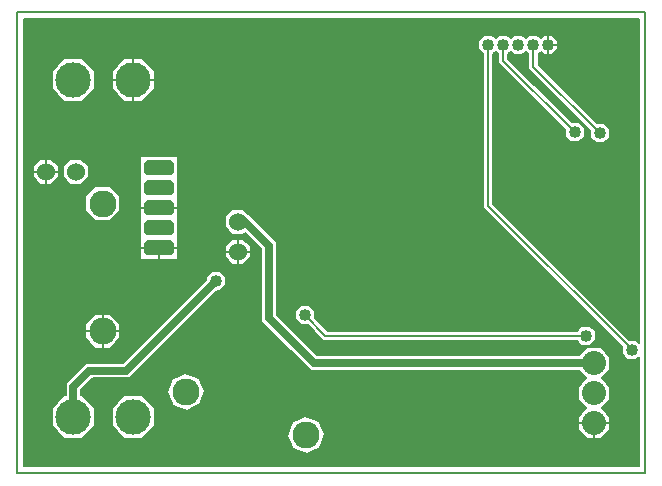
<source format=gbl>
G04 PROTEUS RS274X GERBER FILE*
%FSLAX45Y45*%
%MOMM*%
G01*
%ADD10C,0.177800*%
%ADD11C,0.635000*%
%ADD13C,1.016000*%
%ADD15C,1.524000*%
%AMDIL006*
4,1,8,
-1.270000,0.381000,-1.016000,0.635000,1.016000,0.635000,1.270000,0.381000,1.270000,-0.381000,
1.016000,-0.635000,-1.016000,-0.635000,-1.270000,-0.381000,-1.270000,0.381000,
0*%
%ADD16DIL006*%
%ADD17C,2.286000*%
%ADD27C,3.000000*%
%ADD28C,2.032000*%
%ADD29C,0.203200*%
%TD.AperFunction*%
G36*
X-723149Y+2328313D02*
X-747352Y+2352516D01*
X-803182Y+2352516D01*
X-1953821Y+3503155D01*
X-1953821Y+4771845D01*
X-1933500Y+4792166D01*
X-1913179Y+4771845D01*
X-1913179Y+4695880D01*
X-1349518Y+4132219D01*
X-1349518Y+4072949D01*
X-1299674Y+4023105D01*
X-1229184Y+4023105D01*
X-1179340Y+4072949D01*
X-1179340Y+4143439D01*
X-1229184Y+4193283D01*
X-1288454Y+4193283D01*
X-1826821Y+4731650D01*
X-1826821Y+4771845D01*
X-1806500Y+4792166D01*
X-1778245Y+4763911D01*
X-1707755Y+4763911D01*
X-1679500Y+4792166D01*
X-1656793Y+4769459D01*
X-1656793Y+4645729D01*
X-1135089Y+4124025D01*
X-1135089Y+4064755D01*
X-1085245Y+4014911D01*
X-1014755Y+4014911D01*
X-964911Y+4064755D01*
X-964911Y+4135245D01*
X-1014755Y+4185089D01*
X-1074025Y+4185089D01*
X-1570435Y+4681499D01*
X-1570435Y+4774231D01*
X-1552500Y+4792166D01*
X-1524245Y+4763911D01*
X-1453755Y+4763911D01*
X-1403911Y+4813755D01*
X-1403911Y+4884245D01*
X-1453755Y+4934089D01*
X-1524245Y+4934089D01*
X-1552500Y+4905834D01*
X-1580755Y+4934089D01*
X-1651245Y+4934089D01*
X-1679500Y+4905834D01*
X-1707755Y+4934089D01*
X-1778245Y+4934089D01*
X-1806500Y+4905834D01*
X-1834755Y+4934089D01*
X-1905245Y+4934089D01*
X-1933500Y+4905834D01*
X-1961755Y+4934089D01*
X-2032245Y+4934089D01*
X-2082089Y+4884245D01*
X-2082089Y+4813755D01*
X-2040179Y+4771845D01*
X-2040179Y+3467385D01*
X-867686Y+2294892D01*
X-867686Y+2232182D01*
X-817842Y+2182338D01*
X-747352Y+2182338D01*
X-723149Y+2206541D01*
X-723149Y+1280149D01*
X-5928951Y+1280149D01*
X-5928951Y+5069851D01*
X-723149Y+5069851D01*
X-723149Y+2328313D01*
G37*
%LPC*%
G36*
X-5376711Y+3821666D02*
X-5376711Y+3730134D01*
X-5441434Y+3665411D01*
X-5532966Y+3665411D01*
X-5597689Y+3730134D01*
X-5597689Y+3821666D01*
X-5532966Y+3886389D01*
X-5441434Y+3886389D01*
X-5376711Y+3821666D01*
G37*
G36*
X-5630711Y+3821666D02*
X-5630711Y+3730134D01*
X-5695434Y+3665411D01*
X-5786966Y+3665411D01*
X-5851689Y+3730134D01*
X-5851689Y+3821666D01*
X-5786966Y+3886389D01*
X-5695434Y+3886389D01*
X-5630711Y+3821666D01*
G37*
G36*
X-4618711Y+3712211D02*
X-4618711Y+3031491D01*
X-4941289Y+3031491D01*
X-4941289Y+3907789D01*
X-4618711Y+3907789D01*
X-4618711Y+3712211D01*
G37*
G36*
X-5112411Y+2488048D02*
X-5112411Y+2364952D01*
X-5199452Y+2277911D01*
X-5322548Y+2277911D01*
X-5409589Y+2364952D01*
X-5409589Y+2488048D01*
X-5322548Y+2575089D01*
X-5199452Y+2575089D01*
X-5112411Y+2488048D01*
G37*
G36*
X-5112411Y+3567548D02*
X-5112411Y+3444452D01*
X-5199452Y+3357411D01*
X-5322548Y+3357411D01*
X-5409589Y+3444452D01*
X-5409589Y+3567548D01*
X-5322548Y+3654589D01*
X-5199452Y+3654589D01*
X-5112411Y+3567548D01*
G37*
G36*
X-4027784Y+3418039D02*
X-4024647Y+3418039D01*
X-3783961Y+3177353D01*
X-3783961Y+2561547D01*
X-3442453Y+2220039D01*
X-1226137Y+2220039D01*
X-1156287Y+2289889D01*
X-1043713Y+2289889D01*
X-964111Y+2210287D01*
X-964111Y+2097713D01*
X-1034824Y+2027000D01*
X-964111Y+1956287D01*
X-964111Y+1843713D01*
X-1034824Y+1773000D01*
X-964111Y+1702287D01*
X-964111Y+1589713D01*
X-1043713Y+1510111D01*
X-1156287Y+1510111D01*
X-1235889Y+1589713D01*
X-1235889Y+1702287D01*
X-1165176Y+1773000D01*
X-1235889Y+1843713D01*
X-1235889Y+1956287D01*
X-1165176Y+2027000D01*
X-1226137Y+2087961D01*
X-3497159Y+2087961D01*
X-3916039Y+2506841D01*
X-3916039Y+3122647D01*
X-4053568Y+3260176D01*
X-4072234Y+3241511D01*
X-4163766Y+3241511D01*
X-4228489Y+3306234D01*
X-4228489Y+3397766D01*
X-4163766Y+3462489D01*
X-4072234Y+3462489D01*
X-4027784Y+3418039D01*
G37*
G36*
X-4163766Y+3208489D02*
X-4072234Y+3208489D01*
X-4007511Y+3143766D01*
X-4007511Y+3052234D01*
X-4072234Y+2987511D01*
X-4163766Y+2987511D01*
X-4228489Y+3052234D01*
X-4228489Y+3143766D01*
X-4163766Y+3208489D01*
G37*
G36*
X-3548766Y+1704873D02*
X-3433093Y+1662771D01*
X-3381071Y+1551210D01*
X-3423173Y+1435537D01*
X-3534734Y+1383515D01*
X-3650407Y+1425617D01*
X-3702429Y+1537178D01*
X-3660327Y+1652851D01*
X-3548766Y+1704873D01*
G37*
G36*
X-4563164Y+2074085D02*
X-4447491Y+2031983D01*
X-4395469Y+1920422D01*
X-4437571Y+1804749D01*
X-4549132Y+1752727D01*
X-4664805Y+1794829D01*
X-4716827Y+1906390D01*
X-4674725Y+2022063D01*
X-4563164Y+2074085D01*
G37*
G36*
X-5692289Y+4473665D02*
X-5692289Y+4626335D01*
X-5584335Y+4734289D01*
X-5431665Y+4734289D01*
X-5323711Y+4626335D01*
X-5323711Y+4473665D01*
X-5431665Y+4365711D01*
X-5584335Y+4365711D01*
X-5692289Y+4473665D01*
G37*
G36*
X-5184289Y+4473665D02*
X-5184289Y+4626335D01*
X-5076335Y+4734289D01*
X-4923665Y+4734289D01*
X-4815711Y+4626335D01*
X-4815711Y+4473665D01*
X-4923665Y+4365711D01*
X-5076335Y+4365711D01*
X-5184289Y+4473665D01*
G37*
G36*
X-4815711Y+1776335D02*
X-4815711Y+1623665D01*
X-4923665Y+1515711D01*
X-5076335Y+1515711D01*
X-5184289Y+1623665D01*
X-5184289Y+1776335D01*
X-5076335Y+1884289D01*
X-4923665Y+1884289D01*
X-4815711Y+1776335D01*
G37*
G36*
X-4214911Y+2885245D02*
X-4214911Y+2814755D01*
X-4264755Y+2764911D01*
X-4291697Y+2764911D01*
X-5031732Y+2024876D01*
X-5346319Y+2024876D01*
X-5441961Y+1929234D01*
X-5441961Y+1884289D01*
X-5431665Y+1884289D01*
X-5323711Y+1776335D01*
X-5323711Y+1623665D01*
X-5431665Y+1515711D01*
X-5584335Y+1515711D01*
X-5692289Y+1623665D01*
X-5692289Y+1776335D01*
X-5584335Y+1884289D01*
X-5574039Y+1884289D01*
X-5574039Y+1983940D01*
X-5401025Y+2156954D01*
X-5086438Y+2156954D01*
X-4385089Y+2858303D01*
X-4385089Y+2885245D01*
X-4335245Y+2935089D01*
X-4264755Y+2935089D01*
X-4214911Y+2885245D01*
G37*
G36*
X-3464640Y+2598460D02*
X-3464640Y+2539190D01*
X-3356434Y+2430984D01*
X-1248537Y+2430984D01*
X-1206627Y+2472894D01*
X-1136137Y+2472894D01*
X-1086293Y+2423050D01*
X-1086293Y+2352560D01*
X-1136137Y+2302716D01*
X-1206627Y+2302716D01*
X-1248537Y+2344626D01*
X-3392204Y+2344626D01*
X-3525704Y+2478126D01*
X-3584974Y+2478126D01*
X-3634818Y+2527970D01*
X-3634818Y+2598460D01*
X-3584974Y+2648304D01*
X-3514484Y+2648304D01*
X-3464640Y+2598460D01*
G37*
G36*
X-4329210Y+2387901D02*
X-4329210Y+2412099D01*
X-4312099Y+2429210D01*
X-4287901Y+2429210D01*
X-4270790Y+2412099D01*
X-4270790Y+2387901D01*
X-4287901Y+2370790D01*
X-4312099Y+2370790D01*
X-4329210Y+2387901D01*
G37*
%LPD*%
D10*
X-1997000Y+4849000D02*
X-1997000Y+3485270D01*
X-782597Y+2270867D01*
X-782597Y+2267427D01*
X-1171382Y+2387805D02*
X-3374319Y+2387805D01*
X-3549729Y+2563215D01*
D11*
X-1100000Y+2154000D02*
X-3469806Y+2154000D01*
X-3850000Y+2534194D01*
X-3850000Y+3150000D01*
X-4052000Y+3352000D01*
X-4118000Y+3352000D01*
X-4300000Y+2850000D02*
X-5059085Y+2090915D01*
X-5373672Y+2090915D01*
X-5508000Y+1956587D01*
X-5508000Y+1700000D01*
D10*
X-1050000Y+4100000D02*
X-1613614Y+4663614D01*
X-1613614Y+4798200D01*
X-1616000Y+4849000D01*
X-1264429Y+4108194D02*
X-1870000Y+4713765D01*
X-1870000Y+4849000D01*
D13*
X-782597Y+2267427D03*
X-1171382Y+2387805D03*
X-3549729Y+2563215D03*
X-4300000Y+2850000D03*
X-4300000Y+2400000D03*
X-1050000Y+4100000D03*
X-1264429Y+4108194D03*
D10*
X-723149Y+2328313D02*
X-747352Y+2352516D01*
X-803182Y+2352516D01*
X-1953821Y+3503155D01*
X-1953821Y+4771845D01*
X-1933500Y+4792166D01*
X-1913179Y+4771845D01*
X-1913179Y+4695880D01*
X-1349518Y+4132219D01*
X-1349518Y+4072949D01*
X-1299674Y+4023105D01*
X-1229184Y+4023105D01*
X-1179340Y+4072949D01*
X-1179340Y+4143439D01*
X-1229184Y+4193283D01*
X-1288454Y+4193283D01*
X-1826821Y+4731650D01*
X-1826821Y+4771845D01*
X-1806500Y+4792166D01*
X-1778245Y+4763911D01*
X-1707755Y+4763911D01*
X-1679500Y+4792166D01*
X-1656793Y+4769459D01*
X-1656793Y+4645729D01*
X-1135089Y+4124025D01*
X-1135089Y+4064755D01*
X-1085245Y+4014911D01*
X-1014755Y+4014911D01*
X-964911Y+4064755D01*
X-964911Y+4135245D01*
X-1014755Y+4185089D01*
X-1074025Y+4185089D01*
X-1570435Y+4681499D01*
X-1570435Y+4774231D01*
X-1552500Y+4792166D01*
X-1524245Y+4763911D01*
X-1453755Y+4763911D01*
X-1403911Y+4813755D01*
X-1403911Y+4884245D01*
X-1453755Y+4934089D01*
X-1524245Y+4934089D01*
X-1552500Y+4905834D01*
X-1580755Y+4934089D01*
X-1651245Y+4934089D01*
X-1679500Y+4905834D01*
X-1707755Y+4934089D01*
X-1778245Y+4934089D01*
X-1806500Y+4905834D01*
X-1834755Y+4934089D01*
X-1905245Y+4934089D01*
X-1933500Y+4905834D01*
X-1961755Y+4934089D01*
X-2032245Y+4934089D01*
X-2082089Y+4884245D01*
X-2082089Y+4813755D01*
X-2040179Y+4771845D01*
X-2040179Y+3467385D01*
X-867686Y+2294892D01*
X-867686Y+2232182D01*
X-817842Y+2182338D01*
X-747352Y+2182338D01*
X-723149Y+2206541D01*
X-723149Y+1280149D01*
X-5928951Y+1280149D01*
X-5928951Y+5069851D01*
X-723149Y+5069851D01*
X-723149Y+2328313D01*
X-5376711Y+3821666D02*
X-5376711Y+3730134D01*
X-5441434Y+3665411D01*
X-5532966Y+3665411D01*
X-5597689Y+3730134D01*
X-5597689Y+3821666D01*
X-5532966Y+3886389D01*
X-5441434Y+3886389D01*
X-5376711Y+3821666D01*
X-5630711Y+3821666D02*
X-5630711Y+3730134D01*
X-5695434Y+3665411D01*
X-5786966Y+3665411D01*
X-5851689Y+3730134D01*
X-5851689Y+3821666D01*
X-5786966Y+3886389D01*
X-5695434Y+3886389D01*
X-5630711Y+3821666D01*
X-4618711Y+3712211D02*
X-4618711Y+3031491D01*
X-4941289Y+3031491D01*
X-4941289Y+3907789D01*
X-4618711Y+3907789D01*
X-4618711Y+3712211D01*
X-5112411Y+2488048D02*
X-5112411Y+2364952D01*
X-5199452Y+2277911D01*
X-5322548Y+2277911D01*
X-5409589Y+2364952D01*
X-5409589Y+2488048D01*
X-5322548Y+2575089D01*
X-5199452Y+2575089D01*
X-5112411Y+2488048D01*
X-5112411Y+3567548D02*
X-5112411Y+3444452D01*
X-5199452Y+3357411D01*
X-5322548Y+3357411D01*
X-5409589Y+3444452D01*
X-5409589Y+3567548D01*
X-5322548Y+3654589D01*
X-5199452Y+3654589D01*
X-5112411Y+3567548D01*
X-4027784Y+3418039D02*
X-4024647Y+3418039D01*
X-3783961Y+3177353D01*
X-3783961Y+2561547D01*
X-3442453Y+2220039D01*
X-1226137Y+2220039D01*
X-1156287Y+2289889D01*
X-1043713Y+2289889D01*
X-964111Y+2210287D01*
X-964111Y+2097713D01*
X-1034824Y+2027000D01*
X-964111Y+1956287D01*
X-964111Y+1843713D01*
X-1034824Y+1773000D01*
X-964111Y+1702287D01*
X-964111Y+1589713D01*
X-1043713Y+1510111D01*
X-1156287Y+1510111D01*
X-1235889Y+1589713D01*
X-1235889Y+1702287D01*
X-1165176Y+1773000D01*
X-1235889Y+1843713D01*
X-1235889Y+1956287D01*
X-1165176Y+2027000D01*
X-1226137Y+2087961D01*
X-3497159Y+2087961D01*
X-3916039Y+2506841D01*
X-3916039Y+3122647D01*
X-4053568Y+3260176D01*
X-4072234Y+3241511D01*
X-4163766Y+3241511D01*
X-4228489Y+3306234D01*
X-4228489Y+3397766D01*
X-4163766Y+3462489D01*
X-4072234Y+3462489D01*
X-4027784Y+3418039D01*
X-4163766Y+3208489D02*
X-4072234Y+3208489D01*
X-4007511Y+3143766D01*
X-4007511Y+3052234D01*
X-4072234Y+2987511D01*
X-4163766Y+2987511D01*
X-4228489Y+3052234D01*
X-4228489Y+3143766D01*
X-4163766Y+3208489D01*
X-3548766Y+1704873D02*
X-3433093Y+1662771D01*
X-3381071Y+1551210D01*
X-3423173Y+1435537D01*
X-3534734Y+1383515D01*
X-3650407Y+1425617D01*
X-3702429Y+1537178D01*
X-3660327Y+1652851D01*
X-3548766Y+1704873D01*
X-4563164Y+2074085D02*
X-4447491Y+2031983D01*
X-4395469Y+1920422D01*
X-4437571Y+1804749D01*
X-4549132Y+1752727D01*
X-4664805Y+1794829D01*
X-4716827Y+1906390D01*
X-4674725Y+2022063D01*
X-4563164Y+2074085D01*
X-5692289Y+4473665D02*
X-5692289Y+4626335D01*
X-5584335Y+4734289D01*
X-5431665Y+4734289D01*
X-5323711Y+4626335D01*
X-5323711Y+4473665D01*
X-5431665Y+4365711D01*
X-5584335Y+4365711D01*
X-5692289Y+4473665D01*
X-5184289Y+4473665D02*
X-5184289Y+4626335D01*
X-5076335Y+4734289D01*
X-4923665Y+4734289D01*
X-4815711Y+4626335D01*
X-4815711Y+4473665D01*
X-4923665Y+4365711D01*
X-5076335Y+4365711D01*
X-5184289Y+4473665D01*
X-4815711Y+1776335D02*
X-4815711Y+1623665D01*
X-4923665Y+1515711D01*
X-5076335Y+1515711D01*
X-5184289Y+1623665D01*
X-5184289Y+1776335D01*
X-5076335Y+1884289D01*
X-4923665Y+1884289D01*
X-4815711Y+1776335D01*
X-4214911Y+2885245D02*
X-4214911Y+2814755D01*
X-4264755Y+2764911D01*
X-4291697Y+2764911D01*
X-5031732Y+2024876D01*
X-5346319Y+2024876D01*
X-5441961Y+1929234D01*
X-5441961Y+1884289D01*
X-5431665Y+1884289D01*
X-5323711Y+1776335D01*
X-5323711Y+1623665D01*
X-5431665Y+1515711D01*
X-5584335Y+1515711D01*
X-5692289Y+1623665D01*
X-5692289Y+1776335D01*
X-5584335Y+1884289D01*
X-5574039Y+1884289D01*
X-5574039Y+1983940D01*
X-5401025Y+2156954D01*
X-5086438Y+2156954D01*
X-4385089Y+2858303D01*
X-4385089Y+2885245D01*
X-4335245Y+2935089D01*
X-4264755Y+2935089D01*
X-4214911Y+2885245D01*
X-3464640Y+2598460D02*
X-3464640Y+2539190D01*
X-3356434Y+2430984D01*
X-1248537Y+2430984D01*
X-1206627Y+2472894D01*
X-1136137Y+2472894D01*
X-1086293Y+2423050D01*
X-1086293Y+2352560D01*
X-1136137Y+2302716D01*
X-1206627Y+2302716D01*
X-1248537Y+2344626D01*
X-3392204Y+2344626D01*
X-3525704Y+2478126D01*
X-3584974Y+2478126D01*
X-3634818Y+2527970D01*
X-3634818Y+2598460D01*
X-3584974Y+2648304D01*
X-3514484Y+2648304D01*
X-3464640Y+2598460D01*
X-4329210Y+2387901D02*
X-4329210Y+2412099D01*
X-4312099Y+2429210D01*
X-4287901Y+2429210D01*
X-4270790Y+2412099D01*
X-4270790Y+2387901D01*
X-4287901Y+2370790D01*
X-4312099Y+2370790D01*
X-4329210Y+2387901D01*
X-5630711Y+3775900D02*
X-5741200Y+3775900D01*
X-5851689Y+3775900D02*
X-5741200Y+3775900D01*
X-5741200Y+3886389D02*
X-5741200Y+3775900D01*
X-5741200Y+3665411D02*
X-5741200Y+3775900D01*
X-4941289Y+3469640D02*
X-4780000Y+3469640D01*
X-4618711Y+3469640D02*
X-4780000Y+3469640D01*
X-4780000Y+3031491D02*
X-4780000Y+3129280D01*
X-4941289Y+3129280D02*
X-4780000Y+3129280D01*
X-4618711Y+3129280D02*
X-4780000Y+3129280D01*
X-5112411Y+2426500D02*
X-5261000Y+2426500D01*
X-5409589Y+2426500D02*
X-5261000Y+2426500D01*
X-5261000Y+2575089D02*
X-5261000Y+2426500D01*
X-5261000Y+2277911D02*
X-5261000Y+2426500D01*
X-4118000Y+3208489D02*
X-4118000Y+3098000D01*
X-4118000Y+2987511D02*
X-4118000Y+3098000D01*
X-4228489Y+3098000D02*
X-4118000Y+3098000D01*
X-4007511Y+3098000D02*
X-4118000Y+3098000D01*
X-1489000Y+4934089D02*
X-1489000Y+4849000D01*
X-1489000Y+4763911D02*
X-1489000Y+4849000D01*
X-1403911Y+4849000D02*
X-1489000Y+4849000D01*
X-5184289Y+4550000D02*
X-5000000Y+4550000D01*
X-4815711Y+4550000D02*
X-5000000Y+4550000D01*
X-5000000Y+4365711D02*
X-5000000Y+4550000D01*
X-5000000Y+4734289D02*
X-5000000Y+4550000D01*
X-1100000Y+1510111D02*
X-1100000Y+1646000D01*
X-1235889Y+1646000D02*
X-1100000Y+1646000D01*
X-964111Y+1646000D02*
X-1100000Y+1646000D01*
D15*
X-5487200Y+3775900D03*
X-5741200Y+3775900D03*
D16*
X-4780000Y+3810000D03*
X-4780000Y+3639820D03*
X-4780000Y+3469640D03*
X-4780000Y+3299460D03*
X-4780000Y+3129280D03*
D17*
X-5261000Y+2426500D03*
X-5261000Y+3506000D03*
D15*
X-4118000Y+3352000D03*
X-4118000Y+3098000D03*
D17*
X-3541750Y+1544194D03*
X-4556148Y+1913406D03*
D13*
X-1489000Y+4849000D03*
X-1616000Y+4849000D03*
X-1743000Y+4849000D03*
X-1870000Y+4849000D03*
X-1997000Y+4849000D03*
D27*
X-5508000Y+4550000D03*
X-5000000Y+4550000D03*
X-5000000Y+1700000D03*
X-5508000Y+1700000D03*
D28*
X-1100000Y+2154000D03*
X-1100000Y+1900000D03*
X-1100000Y+1646000D03*
D29*
X-5986100Y+1223000D02*
X-666000Y+1223000D01*
X-666000Y+5127000D01*
X-5986100Y+5127000D01*
X-5986100Y+1223000D01*
M02*

</source>
